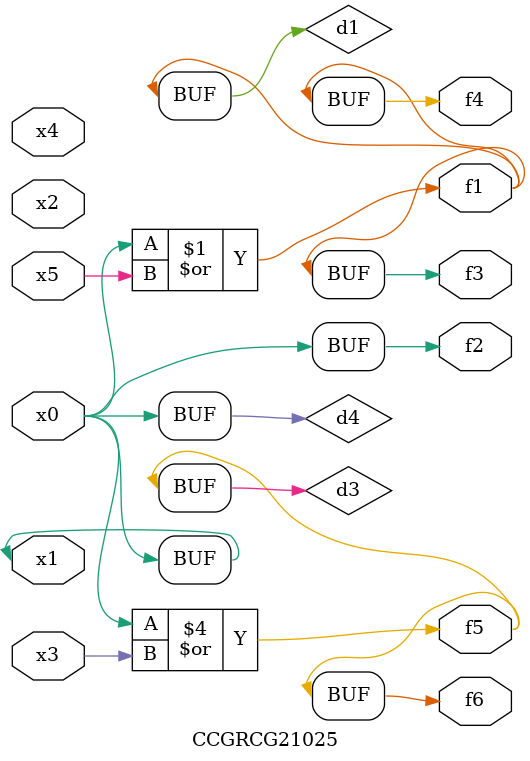
<source format=v>
module CCGRCG21025(
	input x0, x1, x2, x3, x4, x5,
	output f1, f2, f3, f4, f5, f6
);

	wire d1, d2, d3, d4;

	or (d1, x0, x5);
	xnor (d2, x1, x4);
	or (d3, x0, x3);
	buf (d4, x0, x1);
	assign f1 = d1;
	assign f2 = d4;
	assign f3 = d1;
	assign f4 = d1;
	assign f5 = d3;
	assign f6 = d3;
endmodule

</source>
